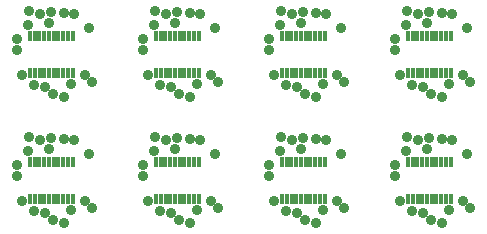
<source format=gbs>
G75*
%MOIN*%
%OFA0B0*%
%FSLAX25Y25*%
%IPPOS*%
%LPD*%
%AMOC8*
5,1,8,0,0,1.08239X$1,22.5*
%
%ADD10R,0.01587X0.03556*%
%ADD11C,0.03500*%
D10*
X0015827Y0017000D03*
X0017402Y0017000D03*
X0018976Y0017000D03*
X0020551Y0017000D03*
X0022126Y0017000D03*
X0023701Y0017000D03*
X0025276Y0017000D03*
X0026850Y0017000D03*
X0028425Y0017000D03*
X0030000Y0017000D03*
X0030000Y0029126D03*
X0028346Y0029126D03*
X0026772Y0029126D03*
X0025197Y0029126D03*
X0023622Y0029126D03*
X0022047Y0029126D03*
X0020472Y0029126D03*
X0018898Y0029126D03*
X0017323Y0029126D03*
X0015748Y0029126D03*
X0057748Y0029126D03*
X0059323Y0029126D03*
X0060898Y0029126D03*
X0062472Y0029126D03*
X0064047Y0029126D03*
X0065622Y0029126D03*
X0067197Y0029126D03*
X0068772Y0029126D03*
X0070346Y0029126D03*
X0072000Y0029126D03*
X0072000Y0017000D03*
X0070425Y0017000D03*
X0068850Y0017000D03*
X0067276Y0017000D03*
X0065701Y0017000D03*
X0064126Y0017000D03*
X0062551Y0017000D03*
X0060976Y0017000D03*
X0059402Y0017000D03*
X0057827Y0017000D03*
X0099748Y0029126D03*
X0101323Y0029126D03*
X0102898Y0029126D03*
X0104472Y0029126D03*
X0106047Y0029126D03*
X0107622Y0029126D03*
X0109197Y0029126D03*
X0110772Y0029126D03*
X0112346Y0029126D03*
X0114000Y0029126D03*
X0114000Y0017000D03*
X0112425Y0017000D03*
X0110850Y0017000D03*
X0109276Y0017000D03*
X0107701Y0017000D03*
X0106126Y0017000D03*
X0104551Y0017000D03*
X0102976Y0017000D03*
X0101402Y0017000D03*
X0099827Y0017000D03*
X0141827Y0017000D03*
X0143402Y0017000D03*
X0144976Y0017000D03*
X0146551Y0017000D03*
X0148126Y0017000D03*
X0149701Y0017000D03*
X0151276Y0017000D03*
X0152850Y0017000D03*
X0154425Y0017000D03*
X0156000Y0017000D03*
X0156000Y0029126D03*
X0154346Y0029126D03*
X0152772Y0029126D03*
X0151197Y0029126D03*
X0149622Y0029126D03*
X0148047Y0029126D03*
X0146472Y0029126D03*
X0144898Y0029126D03*
X0143323Y0029126D03*
X0141748Y0029126D03*
X0141827Y0059000D03*
X0143402Y0059000D03*
X0144976Y0059000D03*
X0146551Y0059000D03*
X0148126Y0059000D03*
X0149701Y0059000D03*
X0151276Y0059000D03*
X0152850Y0059000D03*
X0154425Y0059000D03*
X0156000Y0059000D03*
X0156000Y0071126D03*
X0154346Y0071126D03*
X0152772Y0071126D03*
X0151197Y0071126D03*
X0149622Y0071126D03*
X0148047Y0071126D03*
X0146472Y0071126D03*
X0144898Y0071126D03*
X0143323Y0071126D03*
X0141748Y0071126D03*
X0114000Y0071126D03*
X0112346Y0071126D03*
X0110772Y0071126D03*
X0109197Y0071126D03*
X0107622Y0071126D03*
X0106047Y0071126D03*
X0104472Y0071126D03*
X0102898Y0071126D03*
X0101323Y0071126D03*
X0099748Y0071126D03*
X0099827Y0059000D03*
X0101402Y0059000D03*
X0102976Y0059000D03*
X0104551Y0059000D03*
X0106126Y0059000D03*
X0107701Y0059000D03*
X0109276Y0059000D03*
X0110850Y0059000D03*
X0112425Y0059000D03*
X0114000Y0059000D03*
X0072000Y0059000D03*
X0070425Y0059000D03*
X0068850Y0059000D03*
X0067276Y0059000D03*
X0065701Y0059000D03*
X0064126Y0059000D03*
X0062551Y0059000D03*
X0060976Y0059000D03*
X0059402Y0059000D03*
X0057827Y0059000D03*
X0057748Y0071126D03*
X0059323Y0071126D03*
X0060898Y0071126D03*
X0062472Y0071126D03*
X0064047Y0071126D03*
X0065622Y0071126D03*
X0067197Y0071126D03*
X0068772Y0071126D03*
X0070346Y0071126D03*
X0072000Y0071126D03*
X0030000Y0071126D03*
X0028346Y0071126D03*
X0026772Y0071126D03*
X0025197Y0071126D03*
X0023622Y0071126D03*
X0022047Y0071126D03*
X0020472Y0071126D03*
X0018898Y0071126D03*
X0017323Y0071126D03*
X0015748Y0071126D03*
X0015827Y0059000D03*
X0017402Y0059000D03*
X0018976Y0059000D03*
X0020551Y0059000D03*
X0022126Y0059000D03*
X0023701Y0059000D03*
X0025276Y0059000D03*
X0026850Y0059000D03*
X0028425Y0059000D03*
X0030000Y0059000D03*
D11*
X0020700Y0012200D03*
X0023300Y0010000D03*
X0027100Y0008800D03*
X0029400Y0013200D03*
X0034200Y0016200D03*
X0036600Y0013800D03*
X0055200Y0016200D03*
X0059100Y0012700D03*
X0062700Y0012200D03*
X0065300Y0010000D03*
X0069100Y0008800D03*
X0071400Y0013200D03*
X0076200Y0016200D03*
X0078600Y0013800D03*
X0097200Y0016200D03*
X0101100Y0012700D03*
X0104700Y0012200D03*
X0107300Y0010000D03*
X0111100Y0008800D03*
X0113400Y0013200D03*
X0118200Y0016200D03*
X0120600Y0013800D03*
X0139200Y0016200D03*
X0143100Y0012700D03*
X0146700Y0012200D03*
X0149300Y0010000D03*
X0153100Y0008800D03*
X0155400Y0013200D03*
X0160200Y0016200D03*
X0162600Y0013800D03*
X0137400Y0024600D03*
X0137400Y0028200D03*
X0141000Y0033000D03*
X0145100Y0036500D03*
X0141500Y0037500D03*
X0148800Y0037100D03*
X0153000Y0037000D03*
X0156500Y0036500D03*
X0148200Y0033500D03*
X0161400Y0031800D03*
X0153100Y0050800D03*
X0149300Y0052000D03*
X0146700Y0054200D03*
X0143100Y0054700D03*
X0139200Y0058200D03*
X0137400Y0066600D03*
X0137400Y0070200D03*
X0141000Y0075000D03*
X0145100Y0078500D03*
X0141500Y0079500D03*
X0148800Y0079100D03*
X0153000Y0079000D03*
X0156500Y0078500D03*
X0148200Y0075500D03*
X0161400Y0073800D03*
X0160200Y0058200D03*
X0162600Y0055800D03*
X0155400Y0055200D03*
X0120600Y0055800D03*
X0118200Y0058200D03*
X0113400Y0055200D03*
X0107300Y0052000D03*
X0104700Y0054200D03*
X0101100Y0054700D03*
X0097200Y0058200D03*
X0095400Y0066600D03*
X0095400Y0070200D03*
X0099000Y0075000D03*
X0103100Y0078500D03*
X0099500Y0079500D03*
X0106800Y0079100D03*
X0111000Y0079000D03*
X0114500Y0078500D03*
X0106200Y0075500D03*
X0119400Y0073800D03*
X0077400Y0073800D03*
X0072500Y0078500D03*
X0069000Y0079000D03*
X0064800Y0079100D03*
X0061100Y0078500D03*
X0057500Y0079500D03*
X0057000Y0075000D03*
X0064200Y0075500D03*
X0053400Y0070200D03*
X0053400Y0066600D03*
X0055200Y0058200D03*
X0059100Y0054700D03*
X0062700Y0054200D03*
X0065300Y0052000D03*
X0069100Y0050800D03*
X0071400Y0055200D03*
X0076200Y0058200D03*
X0078600Y0055800D03*
X0111100Y0050800D03*
X0111000Y0037000D03*
X0114500Y0036500D03*
X0106800Y0037100D03*
X0103100Y0036500D03*
X0099500Y0037500D03*
X0106200Y0033500D03*
X0099000Y0033000D03*
X0095400Y0028200D03*
X0095400Y0024600D03*
X0077400Y0031800D03*
X0072500Y0036500D03*
X0069000Y0037000D03*
X0064800Y0037100D03*
X0061100Y0036500D03*
X0057500Y0037500D03*
X0064200Y0033500D03*
X0057000Y0033000D03*
X0053400Y0028200D03*
X0053400Y0024600D03*
X0035400Y0031800D03*
X0030500Y0036500D03*
X0027000Y0037000D03*
X0022800Y0037100D03*
X0019100Y0036500D03*
X0015500Y0037500D03*
X0022200Y0033500D03*
X0015000Y0033000D03*
X0011400Y0028200D03*
X0011400Y0024600D03*
X0013200Y0016200D03*
X0017100Y0012700D03*
X0027100Y0050800D03*
X0023300Y0052000D03*
X0020700Y0054200D03*
X0017100Y0054700D03*
X0013200Y0058200D03*
X0011400Y0066600D03*
X0011400Y0070200D03*
X0015000Y0075000D03*
X0019100Y0078500D03*
X0015500Y0079500D03*
X0022800Y0079100D03*
X0027000Y0079000D03*
X0030500Y0078500D03*
X0022200Y0075500D03*
X0035400Y0073800D03*
X0034200Y0058200D03*
X0036600Y0055800D03*
X0029400Y0055200D03*
X0119400Y0031800D03*
M02*

</source>
